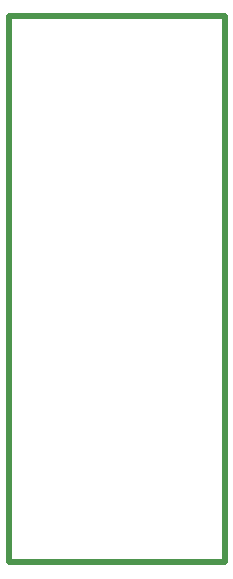
<source format=gm1>
G04 #@! TF.GenerationSoftware,KiCad,Pcbnew,5.1.0-rc2-unknown-6eb84e4~82~ubuntu16.04.1*
G04 #@! TF.CreationDate,2019-03-15T17:01:55+01:00*
G04 #@! TF.ProjectId,arduino_nanoPB,61726475-696e-46f5-9f6e-616e6f50422e,rev?*
G04 #@! TF.SameCoordinates,Original*
G04 #@! TF.FileFunction,Profile,NP*
%FSLAX46Y46*%
G04 Gerber Fmt 4.6, Leading zero omitted, Abs format (unit mm)*
G04 Created by KiCad (PCBNEW 5.1.0-rc2-unknown-6eb84e4~82~ubuntu16.04.1) date 2019-03-15 17:01:55*
%MOMM*%
%LPD*%
G04 APERTURE LIST*
%ADD10C,0.500000*%
G04 APERTURE END LIST*
D10*
X137922000Y-67310000D02*
X137922000Y-113538000D01*
X156210000Y-67310000D02*
X137922000Y-67310000D01*
X156210000Y-113538000D02*
X156210000Y-67310000D01*
X137922000Y-113538000D02*
X156210000Y-113538000D01*
M02*

</source>
